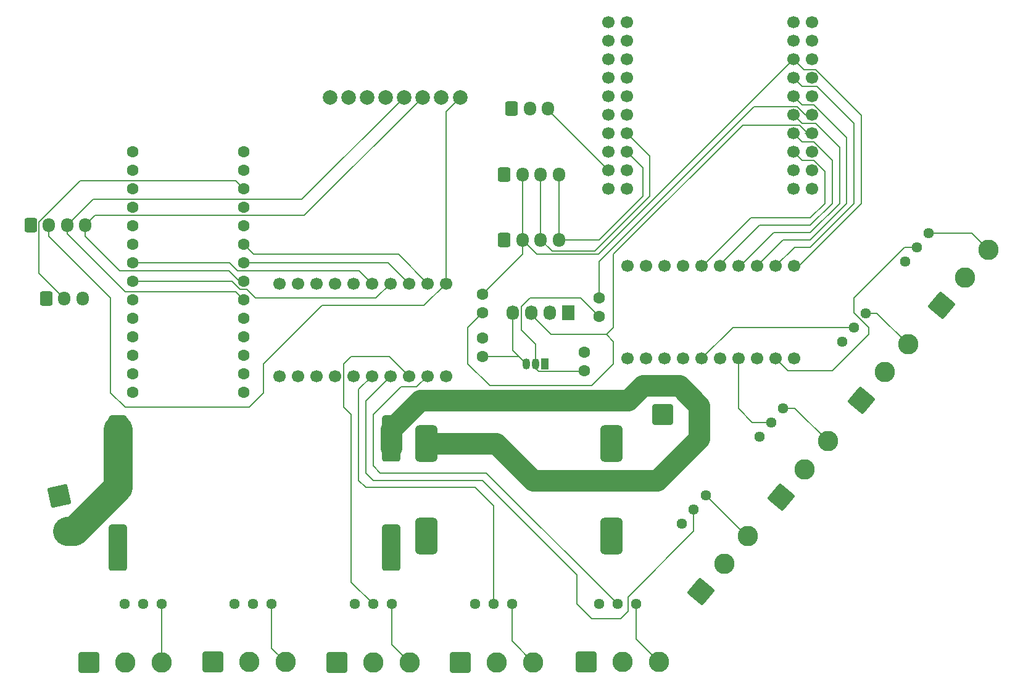
<source format=gbr>
%TF.GenerationSoftware,KiCad,Pcbnew,9.0.7*%
%TF.CreationDate,2026-01-22T08:28:16-05:00*%
%TF.ProjectId,ProtosuitDevBoard,50726f74-6f73-4756-9974-446576426f61,rev?*%
%TF.SameCoordinates,Original*%
%TF.FileFunction,Copper,L1,Top*%
%TF.FilePolarity,Positive*%
%FSLAX46Y46*%
G04 Gerber Fmt 4.6, Leading zero omitted, Abs format (unit mm)*
G04 Created by KiCad (PCBNEW 9.0.7) date 2026-01-22 08:28:16*
%MOMM*%
%LPD*%
G01*
G04 APERTURE LIST*
G04 Aperture macros list*
%AMRoundRect*
0 Rectangle with rounded corners*
0 $1 Rounding radius*
0 $2 $3 $4 $5 $6 $7 $8 $9 X,Y pos of 4 corners*
0 Add a 4 corners polygon primitive as box body*
4,1,4,$2,$3,$4,$5,$6,$7,$8,$9,$2,$3,0*
0 Add four circle primitives for the rounded corners*
1,1,$1+$1,$2,$3*
1,1,$1+$1,$4,$5*
1,1,$1+$1,$6,$7*
1,1,$1+$1,$8,$9*
0 Add four rect primitives between the rounded corners*
20,1,$1+$1,$2,$3,$4,$5,0*
20,1,$1+$1,$4,$5,$6,$7,0*
20,1,$1+$1,$6,$7,$8,$9,0*
20,1,$1+$1,$8,$9,$2,$3,0*%
G04 Aperture macros list end*
%TA.AperFunction,ComponentPad*%
%ADD10R,1.730000X2.030000*%
%TD*%
%TA.AperFunction,ComponentPad*%
%ADD11O,1.730000X2.030000*%
%TD*%
%TA.AperFunction,ComponentPad*%
%ADD12RoundRect,0.250001X-1.149999X-1.149999X1.149999X-1.149999X1.149999X1.149999X-1.149999X1.149999X0*%
%TD*%
%TA.AperFunction,ComponentPad*%
%ADD13C,2.800000*%
%TD*%
%TA.AperFunction,ComponentPad*%
%ADD14RoundRect,0.250000X-0.600000X-0.725000X0.600000X-0.725000X0.600000X0.725000X-0.600000X0.725000X0*%
%TD*%
%TA.AperFunction,ComponentPad*%
%ADD15O,1.700000X1.950000*%
%TD*%
%TA.AperFunction,ComponentPad*%
%ADD16RoundRect,0.250001X0.141745X-1.620155X1.620155X0.141745X-0.141745X1.620155X-1.620155X-0.141745X0*%
%TD*%
%TA.AperFunction,ComponentPad*%
%ADD17C,1.440000*%
%TD*%
%TA.AperFunction,ComponentPad*%
%ADD18C,1.600000*%
%TD*%
%TA.AperFunction,ComponentPad*%
%ADD19RoundRect,0.450000X-1.050000X-2.050000X1.050000X-2.050000X1.050000X2.050000X-1.050000X2.050000X0*%
%TD*%
%TA.AperFunction,ComponentPad*%
%ADD20RoundRect,0.381000X0.889000X1.524000X-0.889000X1.524000X-0.889000X-1.524000X0.889000X-1.524000X0*%
%TD*%
%TA.AperFunction,ComponentPad*%
%ADD21C,1.700000*%
%TD*%
%TA.AperFunction,ComponentPad*%
%ADD22C,2.000000*%
%TD*%
%TA.AperFunction,ComponentPad*%
%ADD23RoundRect,0.250001X-1.371645X0.873834X-0.873834X-1.371645X1.371645X-0.873834X0.873834X1.371645X0*%
%TD*%
%TA.AperFunction,ComponentPad*%
%ADD24R,1.050000X1.500000*%
%TD*%
%TA.AperFunction,ComponentPad*%
%ADD25O,1.050000X1.500000*%
%TD*%
%TA.AperFunction,Conductor*%
%ADD26C,3.000000*%
%TD*%
%TA.AperFunction,Conductor*%
%ADD27C,4.000000*%
%TD*%
%TA.AperFunction,Conductor*%
%ADD28C,0.200000*%
%TD*%
G04 APERTURE END LIST*
D10*
%TO.P,J16,1,Pin_1*%
%TO.N,GND*%
X161800000Y-93000000D03*
D11*
%TO.P,J16,2,Pin_2*%
%TO.N,+5V*%
X159260000Y-93000000D03*
%TO.P,J16,3,Pin_3*%
%TO.N,Net-(J16-Pin_3)*%
X156720000Y-93000000D03*
%TO.P,J16,4,Pin_4*%
%TO.N,Net-(J16-Pin_4)*%
X154180000Y-93000000D03*
%TD*%
D12*
%TO.P,J1,1,Pin_1*%
%TO.N,GND*%
X174750000Y-106967500D03*
D13*
%TO.P,J1,2,Pin_2*%
%TO.N,Net-(J1-Pin_2)*%
X179750000Y-106967500D03*
%TD*%
D14*
%TO.P,J15,1,Pin_1*%
%TO.N,GND*%
X88000000Y-81000000D03*
D15*
%TO.P,J15,2,Pin_2*%
%TO.N,Net-(J12-Pin_2)*%
X90500000Y-81000000D03*
%TO.P,J15,3,Pin_3*%
%TO.N,Net-(J15-Pin_3)*%
X93000000Y-81000000D03*
%TO.P,J15,4,Pin_4*%
%TO.N,Net-(J15-Pin_4)*%
X95500000Y-81000000D03*
%TD*%
D16*
%TO.P,J7,1,Pin_1*%
%TO.N,GND*%
X213000000Y-92000000D03*
D13*
%TO.P,J7,2,Pin_2*%
%TO.N,+5V*%
X216213938Y-88169778D03*
%TO.P,J7,3,Pin_3*%
%TO.N,Net-(J7-Pin_3)*%
X219427876Y-84339556D03*
%TD*%
D17*
%TO.P,RV8,1,1*%
%TO.N,Net-(J10-Pin_3)*%
X106000000Y-133000000D03*
%TO.P,RV8,2,2*%
%TO.N,Net-(U6-B4)*%
X103460000Y-133000000D03*
%TO.P,RV8,3,3*%
%TO.N,unconnected-(RV8-Pad3)*%
X100920000Y-133000000D03*
%TD*%
D18*
%TO.P,R3,1*%
%TO.N,GND*%
X164000000Y-98460000D03*
%TO.P,R3,2*%
%TO.N,Net-(Q1-B)*%
X164000000Y-101000000D03*
%TD*%
D19*
%TO.P,U2,1,VIN+*%
%TO.N,Net-(J1-Pin_2)*%
X142300000Y-110920000D03*
%TO.P,U2,2,GND_IN*%
%TO.N,GND*%
X142300000Y-123620000D03*
%TO.P,U2,3,VOUT*%
%TO.N,+5V*%
X167700000Y-110920000D03*
%TO.P,U2,4,GND_OUT*%
%TO.N,GND*%
X167700000Y-123620000D03*
%TD*%
D20*
%TO.P,U1,1,VIN+*%
%TO.N,Net-(J1-Pin_2)*%
X137500000Y-111580001D03*
X137500000Y-109040000D03*
%TO.P,U1,2,GND_IN*%
%TO.N,GND*%
X137500000Y-126540000D03*
X137500000Y-124000000D03*
%TO.P,U1,3,VOUT*%
%TO.N,Net-(J2-Pin_2)*%
X100000000Y-111540000D03*
X100000000Y-109000000D03*
%TO.P,U1,4,GND_OUT*%
%TO.N,GND*%
X100000000Y-126540000D03*
X100000000Y-123999999D03*
%TD*%
D12*
%TO.P,J5,1,Pin_1*%
%TO.N,GND*%
X130000000Y-141000000D03*
D13*
%TO.P,J5,2,Pin_2*%
%TO.N,+5V*%
X135000000Y-141000000D03*
%TO.P,J5,3,Pin_3*%
%TO.N,Net-(J5-Pin_3)*%
X140000000Y-141000000D03*
%TD*%
D18*
%TO.P,R2,1*%
%TO.N,Net-(Q1-B)*%
X166000000Y-93540000D03*
%TO.P,R2,2*%
%TO.N,Net-(U4-IO33)*%
X166000000Y-91000000D03*
%TD*%
D12*
%TO.P,J10,1,Pin_1*%
%TO.N,GND*%
X96000000Y-141000000D03*
D13*
%TO.P,J10,2,Pin_2*%
%TO.N,+5V*%
X101000000Y-141000000D03*
%TO.P,J10,3,Pin_3*%
%TO.N,Net-(J10-Pin_3)*%
X106000000Y-141000000D03*
%TD*%
D17*
%TO.P,RV6,1,1*%
%TO.N,Net-(J8-Pin_3)*%
X121080000Y-133000000D03*
%TO.P,RV6,2,2*%
%TO.N,Net-(U6-B2)*%
X118540000Y-133000000D03*
%TO.P,RV6,3,3*%
%TO.N,unconnected-(RV6-Pad3)*%
X116000000Y-133000000D03*
%TD*%
D14*
%TO.P,J12,1,Pin_1*%
%TO.N,GND*%
X90118520Y-91082198D03*
D15*
%TO.P,J12,2,Pin_2*%
%TO.N,Net-(J12-Pin_2)*%
X92618520Y-91082198D03*
%TO.P,J12,3,Pin_3*%
%TO.N,Net-(J12-Pin_3)*%
X95118520Y-91082198D03*
%TD*%
D12*
%TO.P,J3,1,Pin_1*%
%TO.N,GND*%
X147000000Y-141000000D03*
D13*
%TO.P,J3,2,Pin_2*%
%TO.N,+5V*%
X152000000Y-141000000D03*
%TO.P,J3,3,Pin_3*%
%TO.N,Net-(J3-Pin_3)*%
X157000000Y-141000000D03*
%TD*%
D16*
%TO.P,J11,1,Pin_1*%
%TO.N,GND*%
X202000000Y-105000000D03*
D13*
%TO.P,J11,2,Pin_2*%
%TO.N,+5V*%
X205213938Y-101169778D03*
%TO.P,J11,3,Pin_3*%
%TO.N,Net-(J11-Pin_3)*%
X208427876Y-97339556D03*
%TD*%
D17*
%TO.P,RV3,1,1*%
%TO.N,Net-(J4-Pin_3)*%
X180632681Y-118054247D03*
%TO.P,RV3,2,2*%
%TO.N,Net-(U5-B3)*%
X179000000Y-120000000D03*
%TO.P,RV3,3,3*%
%TO.N,unconnected-(RV3-Pad3)*%
X177367320Y-121945753D03*
%TD*%
D16*
%TO.P,J4,1,Pin_1*%
%TO.N,GND*%
X179980466Y-131300224D03*
D13*
%TO.P,J4,2,Pin_2*%
%TO.N,+5V*%
X183194404Y-127470002D03*
%TO.P,J4,3,Pin_3*%
%TO.N,Net-(J4-Pin_3)*%
X186408342Y-123639780D03*
%TD*%
D21*
%TO.P,U6,1,VA*%
%TO.N,Net-(J13-Pin_2)*%
X192780000Y-86580000D03*
%TO.P,U6,2,A1*%
%TO.N,Net-(U4-IO5)*%
X190240000Y-86580000D03*
%TO.P,U6,3,A2*%
%TO.N,Net-(U4-IO23)*%
X187700000Y-86580000D03*
%TO.P,U6,4,A3*%
%TO.N,Net-(U4-IO19)*%
X185160000Y-86580000D03*
%TO.P,U6,5,A4*%
%TO.N,Net-(U4-IO18)*%
X182620000Y-86580000D03*
%TO.P,U6,6,A5*%
%TO.N,Net-(U4-IO26)*%
X180080000Y-86580000D03*
%TO.P,U6,7,A6*%
%TO.N,unconnected-(U6-A6-Pad7)*%
X177540000Y-86580000D03*
%TO.P,U6,8,A7*%
%TO.N,unconnected-(U6-A7-Pad8)*%
X175000000Y-86580000D03*
%TO.P,U6,9,A8*%
%TO.N,unconnected-(U6-A8-Pad9)*%
X172460000Y-86580000D03*
%TO.P,U6,10,OE*%
%TO.N,unconnected-(U6-OE-Pad10)*%
X169920000Y-86580000D03*
%TO.P,U6,11,VB*%
%TO.N,+5V*%
X192780000Y-99280000D03*
%TO.P,U6,12,B1*%
%TO.N,Net-(U6-B1)*%
X190240000Y-99280000D03*
%TO.P,U6,13,B2*%
%TO.N,Net-(U6-B2)*%
X187700000Y-99280000D03*
%TO.P,U6,14,B3*%
%TO.N,Net-(U6-B3)*%
X185160000Y-99280001D03*
%TO.P,U6,15,B4*%
%TO.N,Net-(U6-B4)*%
X182620000Y-99280000D03*
%TO.P,U6,16,B5*%
%TO.N,Net-(U6-B5)*%
X180080000Y-99280000D03*
%TO.P,U6,17,B6*%
%TO.N,unconnected-(U6-B6-Pad17)*%
X177540000Y-99280000D03*
%TO.P,U6,18,B7*%
%TO.N,unconnected-(U6-B7-Pad18)*%
X175000000Y-99280000D03*
%TO.P,U6,19,B8*%
%TO.N,unconnected-(U6-B8-Pad19)*%
X172460000Y-99280000D03*
%TO.P,U6,20,GND*%
%TO.N,GND*%
X169920000Y-99280000D03*
%TD*%
D18*
%TO.P,R1,1*%
%TO.N,Net-(J13-Pin_2)*%
X150000000Y-90460000D03*
%TO.P,R1,2*%
%TO.N,Net-(J16-Pin_3)*%
X150000000Y-93000000D03*
%TD*%
D17*
%TO.P,RV5,1,1*%
%TO.N,Net-(J7-Pin_3)*%
X211265361Y-82108494D03*
%TO.P,RV5,2,2*%
%TO.N,Net-(U6-B1)*%
X209632680Y-84054247D03*
%TO.P,RV5,3,3*%
%TO.N,unconnected-(RV5-Pad3)*%
X208000000Y-86000000D03*
%TD*%
D14*
%TO.P,J14,1,Pin_1*%
%TO.N,GND*%
X153000000Y-83000000D03*
D15*
%TO.P,J14,2,Pin_2*%
%TO.N,Net-(J13-Pin_2)*%
X155500000Y-83000000D03*
%TO.P,J14,3,Pin_3*%
%TO.N,Net-(J13-Pin_3)*%
X158000000Y-83000000D03*
%TO.P,J14,4,Pin_4*%
%TO.N,Net-(J13-Pin_4)*%
X160500000Y-83000000D03*
%TD*%
D17*
%TO.P,RV4,1,1*%
%TO.N,Net-(J3-Pin_3)*%
X154080000Y-133000000D03*
%TO.P,RV4,2,2*%
%TO.N,Net-(U5-B4)*%
X151540000Y-133000000D03*
%TO.P,RV4,3,3*%
%TO.N,unconnected-(RV4-Pad3)*%
X149000000Y-133000000D03*
%TD*%
D12*
%TO.P,J6,1,Pin_1*%
%TO.N,GND*%
X164250000Y-140967500D03*
D13*
%TO.P,J6,2,Pin_2*%
%TO.N,+5V*%
X169250000Y-140967500D03*
%TO.P,J6,3,Pin_3*%
%TO.N,Net-(J6-Pin_3)*%
X174250000Y-140967500D03*
%TD*%
D22*
%TO.P,U7,1,VCC*%
%TO.N,Net-(J12-Pin_2)*%
X146950000Y-63420000D03*
%TO.P,U7,2,GND*%
%TO.N,GND*%
X144320000Y-63420000D03*
%TO.P,U7,3,SCL*%
%TO.N,Net-(J15-Pin_4)*%
X141780000Y-63420000D03*
%TO.P,U7,4,SDA*%
%TO.N,Net-(J15-Pin_3)*%
X139240000Y-63420000D03*
%TO.P,U7,5,XDA*%
%TO.N,unconnected-(U7-XDA-Pad5)*%
X136700000Y-63420000D03*
%TO.P,U7,6,XCL*%
%TO.N,unconnected-(U7-XCL-Pad6)*%
X134160000Y-63420000D03*
%TO.P,U7,7,ADD*%
%TO.N,unconnected-(U7-ADD-Pad7)*%
X131620000Y-63420000D03*
%TO.P,U7,8,INT*%
%TO.N,unconnected-(U7-INT-Pad8)*%
X129080000Y-63420000D03*
%TD*%
D17*
%TO.P,RV9,1,1*%
%TO.N,Net-(J11-Pin_3)*%
X202632680Y-93054247D03*
%TO.P,RV9,2,2*%
%TO.N,Net-(U6-B5)*%
X200999999Y-95000000D03*
%TO.P,RV9,3,3*%
%TO.N,unconnected-(RV9-Pad3)*%
X199367319Y-96945753D03*
%TD*%
%TO.P,RV1,1,1*%
%TO.N,Net-(J6-Pin_3)*%
X171080000Y-133000000D03*
%TO.P,RV1,2,2*%
%TO.N,Net-(U5-B1)*%
X168540000Y-133000000D03*
%TO.P,RV1,3,3*%
%TO.N,unconnected-(RV1-Pad3)*%
X166000000Y-133000000D03*
%TD*%
D16*
%TO.P,J9,1,Pin_1*%
%TO.N,GND*%
X190980466Y-118300224D03*
D13*
%TO.P,J9,2,Pin_2*%
%TO.N,+5V*%
X194194404Y-114470002D03*
%TO.P,J9,3,Pin_3*%
%TO.N,Net-(J9-Pin_3)*%
X197408342Y-110639780D03*
%TD*%
D18*
%TO.P,R4,1*%
%TO.N,+5V*%
X150000000Y-96460000D03*
%TO.P,R4,2*%
%TO.N,Net-(J16-Pin_4)*%
X150000000Y-99000000D03*
%TD*%
D23*
%TO.P,J2,1,Pin_1*%
%TO.N,GND*%
X91917802Y-118118520D03*
D13*
%TO.P,J2,2,Pin_2*%
%TO.N,Net-(J2-Pin_2)*%
X93000000Y-123000000D03*
%TD*%
D17*
%TO.P,RV2,1,1*%
%TO.N,Net-(J5-Pin_3)*%
X137540000Y-132995000D03*
%TO.P,RV2,2,2*%
%TO.N,Net-(U5-B2)*%
X135000000Y-132995000D03*
%TO.P,RV2,3,3*%
%TO.N,unconnected-(RV2-Pad3)*%
X132460000Y-132995000D03*
%TD*%
D24*
%TO.P,Q1,1,E*%
%TO.N,GND*%
X158540000Y-100000000D03*
D25*
%TO.P,Q1,2,B*%
%TO.N,Net-(Q1-B)*%
X157270001Y-100000000D03*
%TO.P,Q1,3,C*%
%TO.N,Net-(J16-Pin_4)*%
X156000000Y-100000000D03*
%TD*%
D14*
%TO.P,J17,1,Pin_1*%
%TO.N,GND*%
X154000000Y-65000000D03*
D15*
%TO.P,J17,2,Pin_2*%
%TO.N,+5V*%
X156500001Y-65000001D03*
%TO.P,J17,3,Pin_3*%
%TO.N,Net-(J17-Pin_3)*%
X158999999Y-65000001D03*
%TD*%
D14*
%TO.P,J13,1,Pin_1*%
%TO.N,GND*%
X153000000Y-74000000D03*
D15*
%TO.P,J13,2,Pin_2*%
%TO.N,Net-(J13-Pin_2)*%
X155500000Y-74000000D03*
%TO.P,J13,3,Pin_3*%
%TO.N,Net-(J13-Pin_3)*%
X158000000Y-74000000D03*
%TO.P,J13,4,Pin_4*%
%TO.N,Net-(J13-Pin_4)*%
X160500000Y-74000000D03*
%TD*%
D12*
%TO.P,J8,1,Pin_1*%
%TO.N,GND*%
X113000000Y-140967500D03*
D13*
%TO.P,J8,2,Pin_2*%
%TO.N,+5V*%
X118000000Y-140967500D03*
%TO.P,J8,3,Pin_3*%
%TO.N,Net-(J8-Pin_3)*%
X123000000Y-140967500D03*
%TD*%
D17*
%TO.P,RV7,1,1*%
%TO.N,Net-(J9-Pin_3)*%
X191265361Y-106108494D03*
%TO.P,RV7,2,2*%
%TO.N,Net-(U6-B3)*%
X189632680Y-108054247D03*
%TO.P,RV7,3,3*%
%TO.N,unconnected-(RV7-Pad3)*%
X188000000Y-110000000D03*
%TD*%
D18*
%TO.P,U3,1,GND*%
%TO.N,GND*%
X102000000Y-70920000D03*
%TO.P,U3,2,0_RX1_CRX2_CS1*%
%TO.N,unconnected-(U3-0_RX1_CRX2_CS1-Pad2)*%
X102000000Y-73460000D03*
%TO.P,U3,3,1_TX1_CTX2_MISO1*%
%TO.N,unconnected-(U3-1_TX1_CTX2_MISO1-Pad3)*%
X102000000Y-76000000D03*
%TO.P,U3,4,2_OUT2*%
%TO.N,unconnected-(U3-2_OUT2-Pad4)*%
X102000000Y-78540000D03*
%TO.P,U3,5,3_LRCLK2*%
%TO.N,unconnected-(U3-3_LRCLK2-Pad5)*%
X102000000Y-81080000D03*
%TO.P,U3,6,4_BCLK2*%
%TO.N,unconnected-(U3-4_BCLK2-Pad6)*%
X102000000Y-83620000D03*
%TO.P,U3,7,5_IN2*%
%TO.N,Net-(U3-5_IN2)*%
X102000000Y-86160000D03*
%TO.P,U3,8,6_OUT1D*%
%TO.N,Net-(U3-6_OUT1D)*%
X102000000Y-88700000D03*
%TO.P,U3,9,7_RX2_OUT1A*%
%TO.N,unconnected-(U3-7_RX2_OUT1A-Pad9)*%
X102000000Y-91240000D03*
%TO.P,U3,10,8_TX2_IN1*%
%TO.N,unconnected-(U3-8_TX2_IN1-Pad10)*%
X102000000Y-93780000D03*
%TO.P,U3,11,9_OUT1C*%
%TO.N,unconnected-(U3-9_OUT1C-Pad11)*%
X102000000Y-96320000D03*
%TO.P,U3,12,10_CS_MQSR*%
%TO.N,unconnected-(U3-10_CS_MQSR-Pad12)*%
X102000000Y-98860000D03*
%TO.P,U3,13,11_MOSI_CTX1*%
%TO.N,unconnected-(U3-11_MOSI_CTX1-Pad13)*%
X102000000Y-101400000D03*
%TO.P,U3,14,12_MISO_MQSL*%
%TO.N,unconnected-(U3-12_MISO_MQSL-Pad14)*%
X102000000Y-103940000D03*
%TO.P,U3,20,13_SCK_CRX1_LED*%
%TO.N,unconnected-(U3-13_SCK_CRX1_LED-Pad20)*%
X117240000Y-103940000D03*
%TO.P,U3,21,14_A0_TX3_SPDIF_OUT*%
%TO.N,unconnected-(U3-14_A0_TX3_SPDIF_OUT-Pad21)*%
X117240000Y-101400000D03*
%TO.P,U3,22,15_A1_RX3_SPDIF_IN*%
%TO.N,unconnected-(U3-15_A1_RX3_SPDIF_IN-Pad22)*%
X117240000Y-98860000D03*
%TO.P,U3,23,16_A2_RX4_SCL1*%
%TO.N,Net-(U3-16_A2_RX4_SCL1)*%
X117240000Y-96320000D03*
%TO.P,U3,24,17_A3_TX4_SDA1*%
%TO.N,Net-(U3-17_A3_TX4_SDA1)*%
X117240000Y-93780000D03*
%TO.P,U3,25,18_A4_SDA0*%
%TO.N,Net-(J15-Pin_3)*%
X117240000Y-91240000D03*
%TO.P,U3,26,19_A5_SCL0*%
%TO.N,Net-(J15-Pin_4)*%
X117240000Y-88700000D03*
%TO.P,U3,27,20_A6_TX5_LRCLK1*%
%TO.N,Net-(U3-20_A6_TX5_LRCLK1)*%
X117240000Y-86160000D03*
%TO.P,U3,28,21_A7_RX5_BCLK1*%
%TO.N,Net-(U3-21_A7_RX5_BCLK1)*%
X117240000Y-83620000D03*
%TO.P,U3,29,22_A8_CTX1*%
%TO.N,Net-(J12-Pin_3)*%
X117240000Y-81080000D03*
%TO.P,U3,30,23_A9_CRX1_MCLK1*%
%TO.N,unconnected-(U3-23_A9_CRX1_MCLK1-Pad30)*%
X117240000Y-78540000D03*
%TO.P,U3,31,3V3*%
%TO.N,Net-(J12-Pin_2)*%
X117240000Y-76000000D03*
%TO.P,U3,32,GND*%
%TO.N,GND*%
X117240000Y-73460000D03*
%TO.P,U3,33,VIN*%
%TO.N,+5V*%
X117240000Y-70920000D03*
%TD*%
D21*
%TO.P,U4,1,GND*%
%TO.N,GND*%
X195240000Y-76000000D03*
%TO.P,U4,2,NC*%
%TO.N,unconnected-(U4-NC-Pad2)*%
X195240000Y-73460000D03*
%TO.P,U4,3,SVN*%
%TO.N,unconnected-(U4-SVN-Pad3)*%
X195240000Y-70920000D03*
%TO.P,U4,4,IO35*%
%TO.N,Net-(J16-Pin_3)*%
X195240000Y-68380000D03*
%TO.P,U4,5,IO33*%
%TO.N,Net-(U4-IO33)*%
X195240000Y-65840000D03*
%TO.P,U4,6,IO34*%
%TO.N,unconnected-(U4-IO34-Pad6)*%
X195240000Y-63300000D03*
%TO.P,U4,7,TMS*%
%TO.N,unconnected-(U4-TMS-Pad7)*%
X195240001Y-60760000D03*
%TO.P,U4,8,NC*%
%TO.N,unconnected-(U4-NC-Pad8)*%
X195240000Y-58220000D03*
%TO.P,U4,9,SD2*%
%TO.N,unconnected-(U4-SD2-Pad9)*%
X195240000Y-55680000D03*
%TO.P,U4,10,CMD*%
%TO.N,unconnected-(U4-CMD-Pad10)*%
X195240000Y-53140000D03*
%TO.P,U4,11,RST*%
%TO.N,unconnected-(U4-RST-Pad11)*%
X192700000Y-76000000D03*
%TO.P,U4,12,SVP*%
%TO.N,unconnected-(U4-SVP-Pad12)*%
X192700000Y-73460000D03*
%TO.P,U4,13,IO26*%
%TO.N,Net-(U4-IO26)*%
X192700000Y-70920000D03*
%TO.P,U4,14,IO18*%
%TO.N,Net-(U4-IO18)*%
X192700000Y-68380000D03*
%TO.P,U4,15,IO19*%
%TO.N,Net-(U4-IO19)*%
X192700000Y-65840000D03*
%TO.P,U4,16,IO23*%
%TO.N,Net-(U4-IO23)*%
X192700000Y-63300000D03*
%TO.P,U4,17,IO5*%
%TO.N,Net-(U4-IO5)*%
X192700000Y-60760000D03*
%TO.P,U4,18,3.3V*%
%TO.N,Net-(J13-Pin_2)*%
X192700000Y-58220000D03*
%TO.P,U4,19,TCK*%
%TO.N,unconnected-(U4-TCK-Pad19)*%
X192700000Y-55680000D03*
%TO.P,U4,20,SD3*%
%TO.N,unconnected-(U4-SD3-Pad20)*%
X192700000Y-53140000D03*
%TO.P,U4,21,TXD*%
%TO.N,unconnected-(U4-TXD-Pad21)*%
X169840000Y-76000000D03*
%TO.P,U4,22,RXD*%
%TO.N,unconnected-(U4-RXD-Pad22)*%
X169840000Y-73460000D03*
%TO.P,U4,23,IO22*%
%TO.N,Net-(J13-Pin_4)*%
X169840000Y-70920000D03*
%TO.P,U4,24,IO21*%
%TO.N,Net-(J13-Pin_3)*%
X169840000Y-68380000D03*
%TO.P,U4,25,IO17*%
%TO.N,Net-(U3-16_A2_RX4_SCL1)*%
X169840000Y-65840000D03*
%TO.P,U4,26,IO16*%
%TO.N,Net-(U3-17_A3_TX4_SDA1)*%
X169840001Y-63300000D03*
%TO.P,U4,27,GND*%
%TO.N,GND*%
X169840000Y-60760000D03*
%TO.P,U4,28,VCC*%
%TO.N,+5V*%
X169840000Y-58220000D03*
%TO.P,U4,29,TDO*%
%TO.N,unconnected-(U4-TDO-Pad29)*%
X169840000Y-55680000D03*
%TO.P,U4,30,SDD*%
%TO.N,unconnected-(U4-SDD-Pad30)*%
X169840000Y-53140000D03*
%TO.P,U4,31,GND*%
%TO.N,GND*%
X167300000Y-76000000D03*
%TO.P,U4,32,IO27*%
%TO.N,Net-(J17-Pin_3)*%
X167300000Y-73460000D03*
%TO.P,U4,33,IO25*%
%TO.N,unconnected-(U4-IO25-Pad33)*%
X167300000Y-70920000D03*
%TO.P,U4,34,IO32*%
%TO.N,unconnected-(U4-IO32-Pad34)*%
X167300000Y-68380000D03*
%TO.P,U4,35,TDI*%
%TO.N,unconnected-(U4-TDI-Pad35)*%
X167300000Y-65840000D03*
%TO.P,U4,36,IO4*%
%TO.N,unconnected-(U4-IO4-Pad36)*%
X167300000Y-63300000D03*
%TO.P,U4,37,IO0*%
%TO.N,unconnected-(U4-IO0-Pad37)*%
X167300000Y-60760000D03*
%TO.P,U4,38,IO2*%
%TO.N,unconnected-(U4-IO2-Pad38)*%
X167300000Y-58220000D03*
%TO.P,U4,39,SD1*%
%TO.N,unconnected-(U4-SD1-Pad39)*%
X167300000Y-55680000D03*
%TO.P,U4,40,CLK*%
%TO.N,unconnected-(U4-CLK-Pad40)*%
X167300000Y-53140000D03*
%TD*%
%TO.P,U5,1,VA*%
%TO.N,Net-(J12-Pin_2)*%
X145000000Y-89000000D03*
%TO.P,U5,2,A1*%
%TO.N,Net-(U3-21_A7_RX5_BCLK1)*%
X142460000Y-89000000D03*
%TO.P,U5,3,A2*%
%TO.N,Net-(U3-20_A6_TX5_LRCLK1)*%
X139920000Y-89000000D03*
%TO.P,U5,4,A3*%
%TO.N,Net-(U3-6_OUT1D)*%
X137380000Y-89000000D03*
%TO.P,U5,5,A4*%
%TO.N,Net-(U3-5_IN2)*%
X134840000Y-89000000D03*
%TO.P,U5,6,A5*%
%TO.N,unconnected-(U5-A5-Pad6)*%
X132300000Y-89000000D03*
%TO.P,U5,7,A6*%
%TO.N,unconnected-(U5-A6-Pad7)*%
X129760000Y-89000000D03*
%TO.P,U5,8,A7*%
%TO.N,unconnected-(U5-A7-Pad8)*%
X127220000Y-89000000D03*
%TO.P,U5,9,A8*%
%TO.N,unconnected-(U5-A8-Pad9)*%
X124680000Y-89000000D03*
%TO.P,U5,10,OE*%
%TO.N,unconnected-(U5-OE-Pad10)*%
X122140000Y-89000000D03*
%TO.P,U5,11,VB*%
%TO.N,+5V*%
X145000000Y-101700000D03*
%TO.P,U5,12,B1*%
%TO.N,Net-(U5-B1)*%
X142460000Y-101700000D03*
%TO.P,U5,13,B2*%
%TO.N,Net-(U5-B2)*%
X139920000Y-101700000D03*
%TO.P,U5,14,B3*%
%TO.N,Net-(U5-B3)*%
X137380000Y-101700001D03*
%TO.P,U5,15,B4*%
%TO.N,Net-(U5-B4)*%
X134840000Y-101700000D03*
%TO.P,U5,16,B5*%
%TO.N,unconnected-(U5-B5-Pad16)*%
X132300000Y-101700000D03*
%TO.P,U5,17,B6*%
%TO.N,unconnected-(U5-B6-Pad17)*%
X129760000Y-101700000D03*
%TO.P,U5,18,B7*%
%TO.N,unconnected-(U5-B7-Pad18)*%
X127220000Y-101700000D03*
%TO.P,U5,19,B8*%
%TO.N,unconnected-(U5-B8-Pad19)*%
X124680000Y-101700000D03*
%TO.P,U5,20,GND*%
%TO.N,GND*%
X122140000Y-101700000D03*
%TD*%
D26*
%TO.N,Net-(J1-Pin_2)*%
X141500000Y-105000000D02*
X137500000Y-109000000D01*
X177000000Y-103000000D02*
X172000000Y-103000000D01*
X157000000Y-116000000D02*
X174000000Y-116000000D01*
X172000000Y-103000000D02*
X170000000Y-105000000D01*
X174000000Y-116000000D02*
X179750000Y-110250000D01*
X151920000Y-110920000D02*
X157000000Y-116000000D01*
X179750000Y-105750000D02*
X177000000Y-103000000D01*
X142300000Y-110920000D02*
X151920000Y-110920000D01*
X170000000Y-105000000D02*
X141500000Y-105000000D01*
X179750000Y-110250000D02*
X179750000Y-106967500D01*
X179750000Y-106967500D02*
X179750000Y-105750000D01*
X137500000Y-109000000D02*
X137500000Y-111540001D01*
D27*
%TO.N,Net-(J2-Pin_2)*%
X100000000Y-109000000D02*
X100000000Y-111540000D01*
X100000000Y-117000000D02*
X100000000Y-111540000D01*
X93000000Y-123000000D02*
X94000000Y-123000000D01*
X94000000Y-123000000D02*
X100000000Y-117000000D01*
D28*
%TO.N,Net-(J3-Pin_3)*%
X154080000Y-138080000D02*
X157000000Y-141000000D01*
X154080000Y-133000000D02*
X154080000Y-138080000D01*
%TO.N,Net-(J4-Pin_3)*%
X180632681Y-118054247D02*
X186218214Y-123639780D01*
X186218214Y-123639780D02*
X186408342Y-123639780D01*
%TO.N,Net-(J5-Pin_3)*%
X137540000Y-132995000D02*
X137540000Y-138540000D01*
X137540000Y-138540000D02*
X140000000Y-141000000D01*
%TO.N,Net-(J6-Pin_3)*%
X171080000Y-137797500D02*
X174250000Y-140967500D01*
X171080000Y-133000000D02*
X171080000Y-137797500D01*
%TO.N,Net-(J7-Pin_3)*%
X217196815Y-82108494D02*
X219427876Y-84339555D01*
X211265361Y-82108494D02*
X217196815Y-82108494D01*
%TO.N,Net-(J8-Pin_3)*%
X121080000Y-133000000D02*
X121080000Y-139047500D01*
X121080000Y-139047500D02*
X123000000Y-140967500D01*
%TO.N,Net-(J9-Pin_3)*%
X191265361Y-106108494D02*
X192877057Y-106108494D01*
X192877057Y-106108494D02*
X197408342Y-110639779D01*
%TO.N,Net-(J10-Pin_3)*%
X106000000Y-133000000D02*
X106000000Y-141000000D01*
%TO.N,Net-(J11-Pin_3)*%
X204142568Y-93054247D02*
X208427876Y-97339555D01*
X202632680Y-93054247D02*
X204142568Y-93054247D01*
%TO.N,Net-(Q1-B)*%
X155345999Y-92160514D02*
X155345999Y-95360205D01*
X163949000Y-101051000D02*
X157714000Y-101051000D01*
X164000000Y-101000000D02*
X163949000Y-101051000D01*
X157270001Y-97284207D02*
X157270001Y-100000000D01*
X156506513Y-91000000D02*
X155345999Y-92160514D01*
X157714000Y-101051000D02*
X157270001Y-100607001D01*
X166000000Y-93540000D02*
X163460000Y-91000000D01*
X157270001Y-100607001D02*
X157270001Y-100000000D01*
X155345999Y-95360205D02*
X157270001Y-97284207D01*
X163460000Y-91000000D02*
X156506513Y-91000000D01*
%TO.N,Net-(J12-Pin_2)*%
X146950000Y-63420000D02*
X145000000Y-65370000D01*
X145000000Y-65370000D02*
X145000000Y-89000000D01*
X117240000Y-76000000D02*
X116139000Y-74899000D01*
X99000000Y-104000000D02*
X101000000Y-106000000D01*
X89151000Y-87614678D02*
X92618520Y-91082198D01*
X128000000Y-92000000D02*
X142000000Y-92000000D01*
X116139000Y-74899000D02*
X94848240Y-74899000D01*
X101000000Y-106000000D02*
X118000000Y-106000000D01*
X142000000Y-92000000D02*
X145000000Y-89000000D01*
X90500000Y-82500000D02*
X99000000Y-91000000D01*
X99000000Y-91000000D02*
X99000000Y-104000000D01*
X94848240Y-74899000D02*
X89151000Y-80596240D01*
X118000000Y-106000000D02*
X120000000Y-104000000D01*
X120000000Y-104000000D02*
X120000000Y-100000000D01*
X120000000Y-100000000D02*
X128000000Y-92000000D01*
X89151000Y-80596240D02*
X89151000Y-87614678D01*
X90500000Y-81000000D02*
X90500000Y-82500000D01*
%TO.N,Net-(J13-Pin_4)*%
X172000000Y-77000000D02*
X172000000Y-73080000D01*
X172000000Y-73080000D02*
X169840000Y-70920000D01*
X166000000Y-83000000D02*
X172000000Y-77000000D01*
X160500000Y-83000000D02*
X166000000Y-83000000D01*
X160500000Y-74000000D02*
X160500000Y-83000000D01*
%TO.N,Net-(J13-Pin_3)*%
X159557050Y-84557050D02*
X165442950Y-84557050D01*
X173000000Y-71540000D02*
X169840000Y-68380000D01*
X165442950Y-84557050D02*
X173000000Y-77000000D01*
X158000000Y-74000000D02*
X158000000Y-83000000D01*
X158000000Y-83000000D02*
X159557050Y-84557050D01*
X173000000Y-77000000D02*
X173000000Y-71540000D01*
%TO.N,Net-(J13-Pin_2)*%
X157458050Y-84958050D02*
X165961950Y-84958050D01*
X202000000Y-65892239D02*
X195716761Y-59609000D01*
X165961950Y-84958050D02*
X192700000Y-58220000D01*
X194089000Y-59609000D02*
X192700000Y-58220000D01*
X155500000Y-74000000D02*
X155500000Y-83000000D01*
X192780000Y-86580000D02*
X193420000Y-86580000D01*
X193420000Y-86580000D02*
X202000000Y-78000000D01*
X155500000Y-83000000D02*
X155500000Y-84960000D01*
X202000000Y-78000000D02*
X202000000Y-65892239D01*
X155500000Y-84960000D02*
X150000000Y-90460000D01*
X155500000Y-83000000D02*
X157458050Y-84958050D01*
X195716761Y-59609000D02*
X194089000Y-59609000D01*
%TO.N,Net-(J15-Pin_4)*%
X115261000Y-87261000D02*
X116700000Y-88700000D01*
X95500000Y-82500000D02*
X100261000Y-87261000D01*
X125559000Y-79641000D02*
X96859000Y-79641000D01*
X95500000Y-81000000D02*
X95500000Y-82500000D01*
X141780000Y-63420000D02*
X125559000Y-79641000D01*
X116700000Y-88700000D02*
X117240000Y-88700000D01*
X100261000Y-87261000D02*
X115261000Y-87261000D01*
X96859000Y-79641000D02*
X95500000Y-81000000D01*
%TO.N,Net-(U4-IO33)*%
X194327760Y-65840000D02*
X195240000Y-65840000D01*
X187311000Y-64689000D02*
X193176760Y-64689000D01*
X166000000Y-86000000D02*
X187311000Y-64689000D01*
X193176760Y-64689000D02*
X194327760Y-65840000D01*
X166000000Y-91000000D02*
X166000000Y-86000000D01*
%TO.N,Net-(J15-Pin_3)*%
X93000000Y-81000000D02*
X93000000Y-82175000D01*
X96561000Y-77439000D02*
X93000000Y-81000000D01*
X125221000Y-77439000D02*
X96561000Y-77439000D01*
X116139000Y-90139000D02*
X117240000Y-91240000D01*
X139240000Y-63420000D02*
X125221000Y-77439000D01*
X93000000Y-82175000D02*
X100964000Y-90139000D01*
X100964000Y-90139000D02*
X116139000Y-90139000D01*
%TO.N,Net-(U5-B1)*%
X136000000Y-115000000D02*
X135000000Y-114000000D01*
X135000000Y-114000000D02*
X135000000Y-107000000D01*
X168540000Y-133000000D02*
X150540000Y-115000000D01*
X135000000Y-107000000D02*
X138801000Y-103199000D01*
X150540000Y-115000000D02*
X136000000Y-115000000D01*
X138801000Y-103199000D02*
X140961000Y-103199000D01*
X140961000Y-103199000D02*
X142460000Y-101700000D01*
%TO.N,Net-(U5-B2)*%
X132000000Y-107000000D02*
X131000000Y-106000000D01*
X132000000Y-129995000D02*
X132000000Y-107000000D01*
X131000000Y-106000000D02*
X131000000Y-100000000D01*
X135000000Y-132995000D02*
X132000000Y-129995000D01*
X131000000Y-100000000D02*
X132000000Y-99000000D01*
X139920000Y-101700000D02*
X139300000Y-101700000D01*
X137220000Y-99000000D02*
X139920000Y-101700000D01*
X132000000Y-99000000D02*
X137220000Y-99000000D01*
%TO.N,Net-(U5-B3)*%
X163000000Y-133000000D02*
X165000000Y-135000000D01*
X150000000Y-116000000D02*
X163000000Y-129000000D01*
X165000000Y-135000000D02*
X169000000Y-135000000D01*
X163000000Y-129000000D02*
X163000000Y-133000000D01*
X134000000Y-105080001D02*
X134000000Y-115000000D01*
X134000000Y-115000000D02*
X135000000Y-116000000D01*
X135000000Y-116000000D02*
X150000000Y-116000000D01*
X169000000Y-135000000D02*
X170000000Y-134000000D01*
X170000000Y-134000000D02*
X170000000Y-132000000D01*
X179000000Y-123000000D02*
X179000000Y-120000000D01*
X137380000Y-101700001D02*
X134000000Y-105080001D01*
X170000000Y-132000000D02*
X179000000Y-123000000D01*
%TO.N,Net-(U5-B4)*%
X134840000Y-101700000D02*
X133000000Y-103540000D01*
X151540000Y-119540000D02*
X151540000Y-133000000D01*
X133000000Y-103540000D02*
X133000000Y-116000000D01*
X133000000Y-116000000D02*
X134000000Y-117000000D01*
X149000000Y-117000000D02*
X151540000Y-119540000D01*
X134000000Y-117000000D02*
X149000000Y-117000000D01*
%TO.N,Net-(U6-B1)*%
X203000000Y-95000000D02*
X201000000Y-93000000D01*
X203000000Y-96000000D02*
X203000000Y-95000000D01*
X198000000Y-101000000D02*
X203000000Y-96000000D01*
X207945753Y-84054247D02*
X209632681Y-84054247D01*
X191960000Y-101000000D02*
X198000000Y-101000000D01*
X201000000Y-93000000D02*
X201000000Y-91000000D01*
X201000000Y-91000000D02*
X207945753Y-84054247D01*
X190240000Y-99280000D02*
X191960000Y-101000000D01*
%TO.N,Net-(U6-B3)*%
X187054247Y-108054247D02*
X185160000Y-106160000D01*
X185160000Y-106160000D02*
X185160000Y-99280001D01*
X189632681Y-108054247D02*
X187054247Y-108054247D01*
%TO.N,Net-(U6-B5)*%
X180080000Y-99280000D02*
X184360000Y-95000000D01*
X184360000Y-95000000D02*
X201000000Y-95000000D01*
%TO.N,Net-(U3-5_IN2)*%
X134840000Y-89000000D02*
X133101000Y-87261000D01*
X133101000Y-87261000D02*
X116368100Y-87261000D01*
X115267100Y-86160000D02*
X102000000Y-86160000D01*
X116368100Y-87261000D02*
X115267100Y-86160000D01*
%TO.N,Net-(U3-20_A6_TX5_LRCLK1)*%
X139920000Y-89000000D02*
X137080000Y-86160000D01*
X137080000Y-86160000D02*
X117240000Y-86160000D01*
%TO.N,Net-(U3-21_A7_RX5_BCLK1)*%
X118620000Y-85000000D02*
X117240000Y-83620000D01*
X142460000Y-89000000D02*
X138460000Y-85000000D01*
X138460000Y-85000000D02*
X118620000Y-85000000D01*
%TO.N,Net-(U3-6_OUT1D)*%
X117696050Y-89801000D02*
X116783950Y-89801000D01*
X137380000Y-89000000D02*
X135380000Y-91000000D01*
X135380000Y-91000000D02*
X118895050Y-91000000D01*
X115682950Y-88700000D02*
X102000000Y-88700000D01*
X118895050Y-91000000D02*
X117696050Y-89801000D01*
X116783950Y-89801000D02*
X115682950Y-88700000D01*
%TO.N,Net-(U4-IO5)*%
X190240000Y-86580000D02*
X192820000Y-84000000D01*
X201000000Y-78000000D02*
X201000000Y-67000000D01*
X195000000Y-84000000D02*
X201000000Y-78000000D01*
X192820000Y-84000000D02*
X195000000Y-84000000D01*
X193851000Y-61911000D02*
X192700000Y-60760000D01*
X195911000Y-61911000D02*
X193851000Y-61911000D01*
X201000000Y-67000000D02*
X195911000Y-61911000D01*
%TO.N,Net-(U4-IO23)*%
X187700000Y-86580000D02*
X191280000Y-83000000D01*
X191280000Y-83000000D02*
X195000000Y-83000000D01*
X200000000Y-78000000D02*
X200000000Y-68972240D01*
X193851000Y-64451000D02*
X192700000Y-63300000D01*
X200000000Y-68972240D02*
X195478760Y-64451000D01*
X195000000Y-83000000D02*
X200000000Y-78000000D01*
X195478760Y-64451000D02*
X193851000Y-64451000D01*
%TO.N,Net-(J16-Pin_3)*%
X168000000Y-85000000D02*
X185771000Y-67229000D01*
X185771000Y-67229000D02*
X193521900Y-67229000D01*
X193521900Y-67229000D02*
X194672900Y-68380000D01*
X148000000Y-100000000D02*
X151000000Y-103000000D01*
X168000000Y-95000000D02*
X168000000Y-85000000D01*
X165000000Y-103000000D02*
X168000000Y-100000000D01*
X167000000Y-96000000D02*
X168000000Y-95000000D01*
X195240000Y-68380000D02*
X194327760Y-68380000D01*
X168000000Y-100000000D02*
X168000000Y-97000000D01*
X159420000Y-96000000D02*
X167000000Y-96000000D01*
X168000000Y-97000000D02*
X167000000Y-96000000D01*
X148000000Y-95000000D02*
X148000000Y-100000000D01*
X151000000Y-103000000D02*
X165000000Y-103000000D01*
X194672900Y-68380000D02*
X195240000Y-68380000D01*
X150000000Y-93000000D02*
X148000000Y-95000000D01*
X156720000Y-93300000D02*
X159420000Y-96000000D01*
%TO.N,Net-(U4-IO19)*%
X195000000Y-82000000D02*
X199000000Y-78000000D01*
X199000000Y-70274240D02*
X195716760Y-66991000D01*
X199000000Y-78000000D02*
X199000000Y-70274240D01*
X193851000Y-66991000D02*
X192700000Y-65840000D01*
X190000000Y-82000000D02*
X195000000Y-82000000D01*
X185160000Y-86580000D02*
X185420000Y-86580000D01*
X185420000Y-86580000D02*
X190000000Y-82000000D01*
X195716760Y-66991000D02*
X193851000Y-66991000D01*
%TO.N,Net-(U4-IO18)*%
X182620000Y-86580000D02*
X182620000Y-86380000D01*
X182620000Y-86380000D02*
X188000000Y-81000000D01*
X198000000Y-78000000D02*
X198000000Y-72052240D01*
X188000000Y-81000000D02*
X195000000Y-81000000D01*
X195000000Y-81000000D02*
X198000000Y-78000000D01*
X193851000Y-69531000D02*
X192700000Y-68380000D01*
X195478760Y-69531000D02*
X193851000Y-69531000D01*
X198000000Y-72052240D02*
X195478760Y-69531000D01*
%TO.N,Net-(J16-Pin_4)*%
X155000000Y-99000000D02*
X156000000Y-100000000D01*
X156000000Y-100000000D02*
X154179999Y-98179999D01*
X154179999Y-98179999D02*
X154179999Y-93300000D01*
X150000000Y-99000000D02*
X155000000Y-99000000D01*
%TO.N,Net-(J17-Pin_3)*%
X158999999Y-65159999D02*
X167300000Y-73460000D01*
X158999999Y-65000001D02*
X158999999Y-65159999D01*
%TO.N,Net-(U4-IO26)*%
X197000000Y-78000000D02*
X197000000Y-73592240D01*
X193851000Y-72071000D02*
X192700000Y-70920000D01*
X197000000Y-73592240D02*
X195478760Y-72071000D01*
X195000000Y-80000000D02*
X197000000Y-78000000D01*
X186830000Y-80000000D02*
X195000000Y-80000000D01*
X195478760Y-72071000D02*
X193851000Y-72071000D01*
X180250000Y-86580000D02*
X186830000Y-80000000D01*
X180080000Y-86580000D02*
X180250000Y-86580000D01*
%TD*%
M02*

</source>
